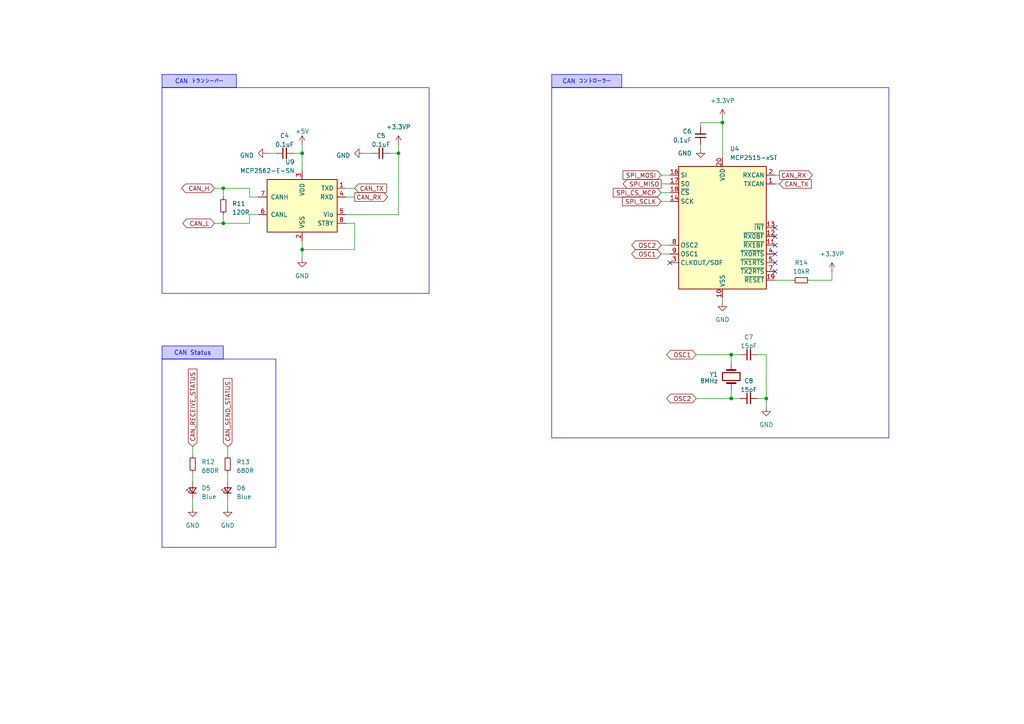
<source format=kicad_sch>
(kicad_sch (version 20250114) (generator "eeschema") (generator_version "9.0")
  (paper "A4")
  (lib_symbols
    (symbol "Device:C_Small" (pin_numbers (hide yes)) (pin_names (offset 0.254) (hide yes))
      (property "Reference" "C" (at 0.254 1.778 0))
      (property "Value" "C_Small" (at 0.254 -2.032 0))
      (symbol "C_Small_0_1"
        (polyline (pts (xy -1.524 0.508) (xy 1.524 0.508)) (stroke (width 0.3048)))
        (polyline (pts (xy -1.524 -0.508) (xy 1.524 -0.508)) (stroke (width 0.3302)))
      )
      (symbol "C_Small_1_1"
        (pin passive line (at 0 2.54 270) (length 2.032) (name "~") (number "1"))
        (pin passive line (at 0 -2.54 90) (length 2.032) (name "~") (number "2"))
      )
    )
    (symbol "Device:Crystal" (pin_numbers (hide yes)) (pin_names (offset 1.016) (hide yes))
      (property "Reference" "Y" (at 0 3.81 0))
      (property "Value" "Crystal" (at 0 -3.81 0))
      (symbol "Crystal_0_1"
        (polyline (pts (xy -2.54 0) (xy -1.905 0)))
        (polyline (pts (xy -1.905 -1.27) (xy -1.905 1.27)) (stroke (width 0.508)))
        (rectangle (start -1.143 2.54) (end 1.143 -2.54) (stroke (width 0.3048)))
        (polyline (pts (xy 1.905 -1.27) (xy 1.905 1.27)) (stroke (width 0.508)))
        (polyline (pts (xy 2.54 0) (xy 1.905 0)))
      )
      (symbol "Crystal_1_1"
        (pin passive line (at -3.81 0 0) (length 1.27) (name "1") (number "1"))
        (pin passive line (at 3.81 0 180) (length 1.27) (name "2") (number "2"))
      )
    )
    (symbol "Device:LED_Small" (pin_numbers (hide yes)) (pin_names (offset 0.254) (hide yes))
      (property "Reference" "D" (at -1.27 3.175 0))
      (property "Value" "LED_Small" (at -4.445 -2.54 0))
      (symbol "LED_Small_0_1"
        (polyline (pts (xy -0.762 -1.016) (xy -0.762 1.016)) (stroke (width 0.254)))
        (polyline (pts (xy 0 0.762) (xy -0.508 1.27) (xy -0.254 1.27) (xy -0.508 1.27) (xy -0.508 1.016)))
        (polyline (pts (xy 0.508 1.27) (xy 0 1.778) (xy 0.254 1.778) (xy 0 1.778) (xy 0 1.524)))
        (polyline (pts (xy 0.762 -1.016) (xy -0.762 0) (xy 0.762 1.016) (xy 0.762 -1.016)) (stroke (width 0.254)))
        (polyline (pts (xy 1.016 0) (xy -0.762 0)))
      )
      (symbol "LED_Small_1_1"
        (pin passive line (at -2.54 0 0) (length 1.778) (name "K") (number "1"))
        (pin passive line (at 2.54 0 180) (length 1.778) (name "A") (number "2"))
      )
    )
    (symbol "Device:R_Small" (pin_numbers (hide yes)) (pin_names (offset 0.254) (hide yes))
      (property "Reference" "R" (at 0.762 0.508 0))
      (property "Value" "R_Small" (at 0.762 -1.016 0))
      (symbol "R_Small_0_1"
        (rectangle (start -0.762 1.778) (end 0.762 -1.778) (stroke (width 0.2032)))
      )
      (symbol "R_Small_1_1"
        (pin passive line (at 0 2.54 270) (length 0.762) (name "~") (number "1"))
        (pin passive line (at 0 -2.54 90) (length 0.762) (name "~") (number "2"))
      )
    )
    (symbol "Interface_CAN_LIN:MCP2515-xST"
      (property "Reference" "U" (at -10.16 19.685 0))
      (property "Value" "MCP2515-xST" (at 19.05 20.32 0))
      (symbol "MCP2515-xST_0_1"
        (rectangle (start -12.7 17.78) (end 12.7 -17.78) (stroke (width 0.254)) (fill (type background)))
      )
      (symbol "MCP2515-xST_1_1"
        (pin input line (at -15.24 15.24 0) (length 2.54) (name "SI") (number "16"))
        (pin output line (at -15.24 12.7 0) (length 2.54) (name "SO") (number "17"))
        (pin input line (at -15.24 10.16 0) (length 2.54) (name "~{CS}") (number "18"))
        (pin input line (at -15.24 7.62 0) (length 2.54) (name "SCK") (number "14"))
        (pin output line (at -15.24 -5.08 0) (length 2.54) (name "OSC2") (number "8"))
        (pin input line (at -15.24 -7.62 0) (length 2.54) (name "OSC1") (number "9"))
        (pin output line (at -15.24 -10.16 0) (length 2.54) (name "CLKOUT/SOF") (number "3"))
        (pin no_connect line (at -12.7 0 0) (length 2.54) (hide yes) (name "NC") (number "6"))
        (pin no_connect line (at -12.7 -2.54 0) (length 2.54) (hide yes) (name "NC") (number "15"))
        (pin power_in line (at 0 20.32 270) (length 2.54) (name "VDD") (number "20"))
        (pin power_in line (at 0 -20.32 90) (length 2.54) (name "VSS") (number "10"))
        (pin input line (at 15.24 15.24 180) (length 2.54) (name "RXCAN") (number "2"))
        (pin output line (at 15.24 12.7 180) (length 2.54) (name "TXCAN") (number "1"))
        (pin output line (at 15.24 0 180) (length 2.54) (name "~{INT}") (number "13"))
        (pin output line (at 15.24 -2.54 180) (length 2.54) (name "~{RX0BF}") (number "12"))
        (pin output line (at 15.24 -5.08 180) (length 2.54) (name "~{RX1BF}") (number "11"))
        (pin input line (at 15.24 -7.62 180) (length 2.54) (name "~{TX0RTS}") (number "4"))
        (pin input line (at 15.24 -10.16 180) (length 2.54) (name "~{TX1RTS}") (number "5"))
        (pin input line (at 15.24 -12.7 180) (length 2.54) (name "~{TX2RTS}") (number "7"))
        (pin input line (at 15.24 -15.24 180) (length 2.54) (name "~{RESET}") (number "19"))
      )
    )
    (symbol "Interface_CAN_LIN:MCP2562-E-SN" (pin_names (offset 1.016))
      (property "Reference" "U" (at -10.16 8.89 0))
      (property "Value" "MCP2562-E-SN" (at 2.54 8.89 0))
      (symbol "MCP2562-E-SN_0_1"
        (rectangle (start -10.16 7.62) (end 10.16 -7.62) (stroke (width 0.254)) (fill (type background)))
      )
      (symbol "MCP2562-E-SN_1_1"
        (pin input line (at -12.7 5.08 0) (length 2.54) (name "TXD") (number "1"))
        (pin output line (at -12.7 2.54 0) (length 2.54) (name "RXD") (number "4"))
        (pin power_in line (at -12.7 -2.54 0) (length 2.54) (name "Vio") (number "5"))
        (pin input line (at -12.7 -5.08 0) (length 2.54) (name "STBY") (number "8"))
        (pin power_in line (at 0 10.16 270) (length 2.54) (name "VDD") (number "3"))
        (pin power_in line (at 0 -10.16 90) (length 2.54) (name "VSS") (number "2"))
        (pin bidirectional line (at 12.7 2.54 180) (length 2.54) (name "CANH") (number "7"))
        (pin bidirectional line (at 12.7 -2.54 180) (length 2.54) (name "CANL") (number "6"))
      )
    )
    (symbol "power:+3.3VP" (power) (pin_numbers (hide yes)) (pin_names (offset 0) (hide yes))
      (property "Value" "+3.3VP" (at 0 3.556 0))
      (symbol "+3.3VP_0_0"
        (pin power_in line (at 0 0 90) (length 0) (name "~") (number "1"))
      )
      (symbol "+3.3VP_0_1"
        (polyline (pts (xy -0.762 1.27) (xy 0 2.54)))
        (polyline (pts (xy 0 2.54) (xy 0.762 1.27)))
        (polyline (pts (xy 0 0) (xy 0 2.54)))
      )
    )
    (symbol "power:+5V" (power) (pin_names (offset 0))
      (property "Value" "+5V" (at 0 3.556 0))
      (symbol "+5V_0_1"
        (polyline (pts (xy -0.762 1.27) (xy 0 2.54)))
        (polyline (pts (xy 0 2.54) (xy 0.762 1.27)))
        (polyline (pts (xy 0 0) (xy 0 2.54)))
      )
      (symbol "+5V_1_1"
        (pin power_in line (at 0 0 90) (length 0) (hide yes) (name "+5V") (number "1"))
      )
    )
    (symbol "power:GND" (power) (pin_names (offset 0))
      (property "Value" "GND" (at 0 -3.81 0))
      (symbol "GND_0_1"
        (polyline (pts (xy 0 0) (xy 0 -1.27) (xy 1.27 -1.27) (xy 0 -2.54) (xy -1.27 -1.27) (xy 0 -1.27)))
      )
      (symbol "GND_1_1"
        (pin power_in line (at 0 0 270) (length 0) (hide yes) (name "GND") (number "1"))
      )
    )
  )
  (rectangle (start 46.99 25.4) (end 124.46 85.09))
  (rectangle (start 160.02 25.4) (end 257.81 127))
  (rectangle (start 46.99 104.14) (end 80.01 158.75))
  (text_box "CAN Status" (at 46.99 100.33 0) (size 17.78 3.81) (margins 0.9525 0.9525 0.9525 0.9525) (fill (type color) (color 0 0 255 0.2)) (effects (font (size 1.27 1.27))))
  (text_box "CAN トランシーバー" (at 46.99 21.59 0) (size 21.59 3.81) (margins 0.9525 0.9525 0.9525 0.9525) (fill (type color) (color 0 0 255 0.2)) (effects (font (size 1.27 1.27))))
  (text_box "CAN コントローラー" (at 160.02 21.59 0) (size 20.32 3.81) (margins 0.9525 0.9525 0.9525 0.9525) (fill (type color) (color 0 0 255 0.2)) (effects (font (size 1.27 1.27))))
  (junction (at 87.63 44.45))
  (junction (at 212.09 102.87))
  (junction (at 87.63 72.39))
  (junction (at 64.77 64.77))
  (junction (at 115.57 44.45))
  (junction (at 222.25 115.57))
  (junction (at 212.09 115.57))
  (junction (at 209.55 35.56))
  (junction (at 64.77 54.61))
  (no_connect (at 224.79 66.04))
  (no_connect (at 194.31 76.2))
  (no_connect (at 224.79 71.12))
  (no_connect (at 224.79 76.2))
  (no_connect (at 224.79 73.66))
  (no_connect (at 224.79 68.58))
  (no_connect (at 224.79 78.74))
  (wire (pts (xy 191.77 55.88) (xy 194.31 55.88)))
  (wire (pts (xy 209.55 34.29) (xy 209.55 35.56)))
  (wire (pts (xy 201.93 115.57) (xy 212.09 115.57)))
  (wire (pts (xy 64.77 62.23) (xy 64.77 64.77)))
  (wire (pts (xy 102.87 72.39) (xy 87.63 72.39)))
  (wire (pts (xy 234.95 81.28) (xy 241.3 81.28)))
  (wire (pts (xy 115.57 41.91) (xy 115.57 44.45)))
  (wire (pts (xy 55.88 129.54) (xy 55.88 132.08)))
  (wire (pts (xy 100.33 64.77) (xy 102.87 64.77)))
  (wire (pts (xy 212.09 115.57) (xy 214.63 115.57)))
  (wire (pts (xy 212.09 102.87) (xy 214.63 102.87)))
  (wire (pts (xy 224.79 81.28) (xy 229.87 81.28)))
  (wire (pts (xy 66.04 144.78) (xy 66.04 147.32)))
  (wire (pts (xy 212.09 113.03) (xy 212.09 115.57)))
  (wire (pts (xy 201.93 102.87) (xy 212.09 102.87)))
  (wire (pts (xy 222.25 118.11) (xy 222.25 115.57)))
  (wire (pts (xy 194.31 53.34) (xy 191.77 53.34)))
  (wire (pts (xy 66.04 129.54) (xy 66.04 132.08)))
  (wire (pts (xy 87.63 69.85) (xy 87.63 72.39)))
  (wire (pts (xy 64.77 54.61) (xy 64.77 57.15)))
  (wire (pts (xy 222.25 115.57) (xy 222.25 102.87)))
  (wire (pts (xy 226.06 50.8) (xy 224.79 50.8)))
  (wire (pts (xy 105.41 44.45) (xy 107.95 44.45)))
  (wire (pts (xy 115.57 44.45) (xy 115.57 62.23)))
  (wire (pts (xy 203.2 36.83) (xy 203.2 35.56)))
  (wire (pts (xy 62.23 54.61) (xy 64.77 54.61)))
  (wire (pts (xy 55.88 137.16) (xy 55.88 139.7)))
  (wire (pts (xy 209.55 35.56) (xy 209.55 45.72)))
  (wire (pts (xy 64.77 54.61) (xy 72.39 54.61)))
  (wire (pts (xy 74.93 62.23) (xy 72.39 62.23)))
  (wire (pts (xy 191.77 58.42) (xy 194.31 58.42)))
  (wire (pts (xy 219.71 102.87) (xy 222.25 102.87)))
  (wire (pts (xy 77.47 44.45) (xy 80.01 44.45)))
  (wire (pts (xy 87.63 44.45) (xy 87.63 49.53)))
  (wire (pts (xy 203.2 35.56) (xy 209.55 35.56)))
  (wire (pts (xy 55.88 144.78) (xy 55.88 147.32)))
  (wire (pts (xy 191.77 50.8) (xy 194.31 50.8)))
  (wire (pts (xy 62.23 64.77) (xy 64.77 64.77)))
  (wire (pts (xy 100.33 57.15) (xy 102.87 57.15)))
  (wire (pts (xy 66.04 137.16) (xy 66.04 139.7)))
  (wire (pts (xy 64.77 64.77) (xy 72.39 64.77)))
  (wire (pts (xy 226.06 53.34) (xy 224.79 53.34)))
  (wire (pts (xy 87.63 72.39) (xy 87.63 74.93)))
  (wire (pts (xy 191.77 73.66) (xy 194.31 73.66)))
  (wire (pts (xy 102.87 64.77) (xy 102.87 72.39)))
  (wire (pts (xy 72.39 57.15) (xy 72.39 54.61)))
  (wire (pts (xy 72.39 62.23) (xy 72.39 64.77)))
  (wire (pts (xy 100.33 62.23) (xy 115.57 62.23)))
  (wire (pts (xy 212.09 105.41) (xy 212.09 102.87)))
  (wire (pts (xy 219.71 115.57) (xy 222.25 115.57)))
  (wire (pts (xy 100.33 54.61) (xy 102.87 54.61)))
  (wire (pts (xy 74.93 57.15) (xy 72.39 57.15)))
  (wire (pts (xy 87.63 41.91) (xy 87.63 44.45)))
  (wire (pts (xy 113.03 44.45) (xy 115.57 44.45)))
  (wire (pts (xy 191.77 71.12) (xy 194.31 71.12)))
  (wire (pts (xy 203.2 41.91) (xy 203.2 43.18)))
  (wire (pts (xy 241.3 81.28) (xy 241.3 78.74)))
  (wire (pts (xy 209.55 86.36) (xy 209.55 87.63)))
  (wire (pts (xy 85.09 44.45) (xy 87.63 44.45)))
  (global_label "CAN_L" (shape bidirectional) (at 62.23 64.77 180) (property "Intersheetrefs" "${INTERSHEET_REFS}" (effects (hide yes))))
  (global_label "SPI_MOSI" (shape input) (at 191.77 50.8 180) (property "Intersheetrefs" "${INTERSHEET_REFS}" (effects (hide yes))))
  (global_label "CAN_RX" (shape output) (at 102.87 57.15 0) (property "Intersheetrefs" "${INTERSHEET_REFS}" (effects (hide yes))))
  (global_label "CAN_TX" (shape input) (at 102.87 54.61 0) (property "Intersheetrefs" "${INTERSHEET_REFS}" (effects (hide yes))))
  (global_label "CAN_RX" (shape output) (at 226.06 50.8 0) (property "Intersheetrefs" "${INTERSHEET_REFS}" (effects (hide yes))))
  (global_label "OSC1" (shape bidirectional) (at 201.93 102.87 180) (property "Intersheetrefs" "${INTERSHEET_REFS}" (effects (hide yes))))
  (global_label "SPI_MISO" (shape output) (at 191.77 53.34 180) (property "Intersheetrefs" "${INTERSHEET_REFS}" (effects (hide yes))))
  (global_label "OSC2" (shape bidirectional) (at 191.77 71.12 180) (property "Intersheetrefs" "${INTERSHEET_REFS}" (effects (hide yes))))
  (global_label "CAN_RECEIVE_STATUS" (shape input) (at 55.88 129.54 90) (property "Intersheetrefs" "${INTERSHEET_REFS}" (effects (hide yes))))
  (global_label "SPI_CS_MCP" (shape input) (at 191.77 55.88 180) (property "Intersheetrefs" "${INTERSHEET_REFS}" (effects (hide yes))))
  (global_label "CAN_TX" (shape input) (at 226.06 53.34 0) (property "Intersheetrefs" "${INTERSHEET_REFS}" (effects (hide yes))))
  (global_label "SPI_SCLK" (shape input) (at 191.77 58.42 180) (property "Intersheetrefs" "${INTERSHEET_REFS}" (effects (hide yes))))
  (global_label "OSC1" (shape bidirectional) (at 191.77 73.66 180) (property "Intersheetrefs" "${INTERSHEET_REFS}" (effects (hide yes))))
  (global_label "CAN_H" (shape bidirectional) (at 62.23 54.61 180) (property "Intersheetrefs" "${INTERSHEET_REFS}" (effects (hide yes))))
  (global_label "OSC2" (shape bidirectional) (at 201.93 115.57 180) (property "Intersheetrefs" "${INTERSHEET_REFS}" (effects (hide yes))))
  (global_label "CAN_SEND_STATUS" (shape input) (at 66.04 129.54 90) (property "Intersheetrefs" "${INTERSHEET_REFS}" (effects (hide yes))))
  (symbol (lib_id "Device:Crystal") (at 212.09 109.22 270) (mirror x) (unit 1)
    (property "Reference" "Y1" (at 208.28 108.585 90) (effects (justify right)))
    (property "Value" "8MHz" (at 208.28 110.49 90) (effects (justify right)))
    (property "Footprint" "Crystal:Crystal_HC49-4H_Vertical" (effects (hide yes)))
    (property "Datasheet" "https://akizukidenshi.com/catalog/g/gP-08667/" (effects (hide yes)))
  )
  (symbol (lib_id "power:+3.3VP") (at 115.57 41.91 0) (unit 1)
    (property "Reference" "#PWR017" (effects (hide yes)))
    (property "Value" "+3.3VP" (at 115.57 36.83 0))
    (property "Description" "Power symbol creates a global label with name \"+3.3VP\"" (effects (hide yes)))
  )
  (symbol (lib_id "Device:C_Small") (at 82.55 44.45 90) (unit 1)
    (property "Reference" "C4" (at 82.5563 39.37 90))
    (property "Value" "0.1uF" (at 82.5563 41.91 90))
    (property "Footprint" "Capacitor_SMD:C_0603_1608Metric_Pad1.08x0.95mm_HandSolder" (effects (hide yes)))
    (property "Datasheet" "https://akizukidenshi.com/catalog/g/gP-16143/" (effects (hide yes)))
  )
  (symbol (lib_id "Device:R_Small") (at 232.41 81.28 90) (unit 1)
    (property "Reference" "R14" (at 232.41 76.2 90))
    (property "Value" "10kR" (at 232.41 78.74 90))
    (property "Footprint" "Resistor_SMD:R_0603_1608Metric_Pad0.98x0.95mm_HandSolder" (effects (hide yes)))
    (property "Datasheet" "https://www.chip1stop.com/view/dispDetail/DispDetail?partId=ROHM-0021098" (effects (hide yes)))
  )
  (symbol (lib_id "Interface_CAN_LIN:MCP2515-xST") (at 209.55 66.04 0) (unit 1)
    (property "Reference" "U4" (at 211.6933 43.18 0) (effects (justify left)))
    (property "Value" "MCP2515-xST" (at 211.6933 45.72 0) (effects (justify left)))
    (property "Footprint" "Package_SO:TSSOP-20_4.4x6.5mm_P0.65mm" (effects (hide yes)))
    (property "Datasheet" "http://ww1.microchip.com/downloads/en/DeviceDoc/21801e.pdf" (effects (hide yes)))
    (property "Description" "Stand-Alone CAN Controller with SPI Interface, TSSOP-20" (effects (hide yes)))
  )
  (symbol (lib_id "power:+3.3VP") (at 241.3 78.74 0) (unit 1)
    (property "Reference" "#PWR018" (effects (hide yes)))
    (property "Value" "+3.3VP" (at 241.3 73.66 0))
    (property "Description" "Power symbol creates a global label with name \"+3.3VP\"" (effects (hide yes)))
  )
  (symbol (lib_id "Device:C_Small") (at 203.2 39.37 0) (mirror x) (unit 1)
    (property "Reference" "C6" (at 200.66 38.0935 0) (effects (justify right)))
    (property "Value" "0.1uF" (at 200.66 40.6335 0) (effects (justify right)))
    (property "Footprint" "Capacitor_SMD:C_0603_1608Metric_Pad1.08x0.95mm_HandSolder" (effects (hide yes)))
    (property "Datasheet" "https://akizukidenshi.com/catalog/g/gP-16143/" (effects (hide yes)))
  )
  (symbol (lib_id "power:GND") (at 55.88 147.32 0) (unit 1)
    (property "Reference" "#PWR019" (effects (hide yes)))
    (property "Value" "GND" (at 55.88 152.4 0))
  )
  (symbol (lib_id "power:+5V") (at 87.63 41.91 0) (unit 1)
    (property "Reference" "#PWR022" (effects (hide yes)))
    (property "Value" "+5V" (at 87.63 38.1 0))
  )
  (symbol (lib_id "Device:C_Small") (at 217.17 102.87 90) (unit 1)
    (property "Reference" "C7" (at 217.1763 97.79 90))
    (property "Value" "15pF" (at 217.1763 100.33 90))
    (property "Footprint" "Capacitor_SMD:C_0603_1608Metric_Pad1.08x0.95mm_HandSolder" (effects (hide yes)))
    (property "Datasheet" "https://akizukidenshi.com/catalog/g/gP-16143/" (effects (hide yes)))
  )
  (symbol (lib_id "Device:LED_Small") (at 55.88 142.24 90) (unit 1)
    (property "Reference" "D5" (at 58.42 141.5415 90) (effects (justify right)))
    (property "Value" "Blue" (at 58.42 144.0815 90) (effects (justify right)))
    (property "Footprint" "LED_SMD:LED_0603_1608Metric_Pad1.05x0.95mm_HandSolder" (effects (hide yes)))
    (property "Datasheet" "https://akizukidenshi.com/catalog/g/gI-03982/" (effects (hide yes)))
  )
  (symbol (lib_id "Device:C_Small") (at 217.17 115.57 90) (unit 1)
    (property "Reference" "C8" (at 217.1763 110.49 90))
    (property "Value" "15pF" (at 217.1763 113.03 90))
    (property "Footprint" "Capacitor_SMD:C_0603_1608Metric_Pad1.08x0.95mm_HandSolder" (effects (hide yes)))
    (property "Datasheet" "https://akizukidenshi.com/catalog/g/gP-16143/" (effects (hide yes)))
  )
  (symbol (lib_id "power:+3.3VP") (at 209.55 34.29 0) (unit 1)
    (property "Reference" "#PWR011" (effects (hide yes)))
    (property "Value" "+3.3VP" (at 209.55 29.21 0))
    (property "Description" "Power symbol creates a global label with name \"+3.3VP\"" (effects (hide yes)))
  )
  (symbol (lib_id "Interface_CAN_LIN:MCP2562-E-SN") (at 87.63 59.69 0) (mirror y) (unit 1)
    (property "Reference" "U9" (at 85.4867 46.99 0) (effects (justify left)))
    (property "Value" "MCP2562-E-SN" (at 85.4867 49.53 0) (effects (justify left)))
    (property "Footprint" "Package_SO:SOIC-8_3.9x4.9mm_P1.27mm" (effects (hide yes)))
    (property "Datasheet" "http://ww1.microchip.com/downloads/en/DeviceDoc/25167A.pdf" (effects (hide yes)))
    (property "Description" "High-Speed CAN Transceiver, 1Mbps, 5V supply, Vio pin, -40C to +125C, SOIC-8" (effects (hide yes)))
  )
  (symbol (lib_id "power:GND") (at 77.47 44.45 270) (unit 1)
    (property "Reference" "#PWR020" (effects (hide yes)))
    (property "Value" "GND" (at 73.66 45.085 90) (effects (justify right)))
  )
  (symbol (lib_id "power:GND") (at 209.55 87.63 0) (unit 1)
    (property "Reference" "#PWR029" (effects (hide yes)))
    (property "Value" "GND" (at 209.55 92.71 0))
  )
  (symbol (lib_id "Device:C_Small") (at 110.49 44.45 90) (unit 1)
    (property "Reference" "C5" (at 110.4963 39.37 90))
    (property "Value" "0.1uF" (at 110.4963 41.91 90))
    (property "Footprint" "Capacitor_SMD:C_0603_1608Metric_Pad1.08x0.95mm_HandSolder" (effects (hide yes)))
    (property "Datasheet" "https://akizukidenshi.com/catalog/g/gP-16143/" (effects (hide yes)))
  )
  (symbol (lib_id "power:GND") (at 87.63 74.93 0) (unit 1)
    (property "Reference" "#PWR023" (effects (hide yes)))
    (property "Value" "GND" (at 87.63 80.01 0))
  )
  (symbol (lib_id "power:GND") (at 203.2 43.18 0) (mirror y) (unit 1)
    (property "Reference" "#PWR027" (effects (hide yes)))
    (property "Value" "GND" (at 200.66 44.4499 0) (effects (justify left)))
  )
  (symbol (lib_id "power:GND") (at 66.04 147.32 0) (unit 1)
    (property "Reference" "#PWR021" (effects (hide yes)))
    (property "Value" "GND" (at 66.04 152.4 0))
  )
  (symbol (lib_id "Device:R_Small") (at 64.77 59.69 0) (unit 1)
    (property "Reference" "R11" (at 67.31 59.055 0) (effects (justify left)))
    (property "Value" "120R" (at 67.31 61.595 0) (effects (justify left)))
    (property "Footprint" "Resistor_SMD:R_0603_1608Metric_Pad0.98x0.95mm_HandSolder" (effects (hide yes)))
    (property "Datasheet" "https://www.chip1stop.com/view/dispDetail/DispDetail?partId=ROHM-0040116" (effects (hide yes)))
  )
  (symbol (lib_id "Device:R_Small") (at 55.88 134.62 0) (unit 1)
    (property "Reference" "R12" (at 58.42 133.985 0) (effects (justify left)))
    (property "Value" "680R" (at 58.42 136.525 0) (effects (justify left)))
    (property "Footprint" "Resistor_SMD:R_0603_1608Metric_Pad0.98x0.95mm_HandSolder" (effects (hide yes)))
    (property "Datasheet" "https://www.chip1stop.com/view/dispDetail/DispDetail?partId=ROHM-0040175" (effects (hide yes)))
  )
  (symbol (lib_id "Device:R_Small") (at 66.04 134.62 0) (unit 1)
    (property "Reference" "R13" (at 68.58 133.985 0) (effects (justify left)))
    (property "Value" "680R" (at 68.58 136.525 0) (effects (justify left)))
    (property "Footprint" "Resistor_SMD:R_0603_1608Metric_Pad0.98x0.95mm_HandSolder" (effects (hide yes)))
    (property "Datasheet" "https://www.chip1stop.com/view/dispDetail/DispDetail?partId=ROHM-0040175" (effects (hide yes)))
  )
  (symbol (lib_id "Device:LED_Small") (at 66.04 142.24 90) (unit 1)
    (property "Reference" "D6" (at 68.58 141.5415 90) (effects (justify right)))
    (property "Value" "Blue" (at 68.58 144.0815 90) (effects (justify right)))
    (property "Footprint" "LED_SMD:LED_0603_1608Metric_Pad1.05x0.95mm_HandSolder" (effects (hide yes)))
    (property "Datasheet" "https://akizukidenshi.com/catalog/g/gI-03982/" (effects (hide yes)))
  )
  (symbol (lib_id "power:GND") (at 105.41 44.45 270) (unit 1)
    (property "Reference" "#PWR024" (effects (hide yes)))
    (property "Value" "GND" (at 101.6 45.085 90) (effects (justify right)))
  )
  (symbol (lib_id "power:GND") (at 222.25 118.11 0) (unit 1)
    (property "Reference" "#PWR030" (effects (hide yes)))
    (property "Value" "GND" (at 222.25 123.19 0))
  )
)
</source>
